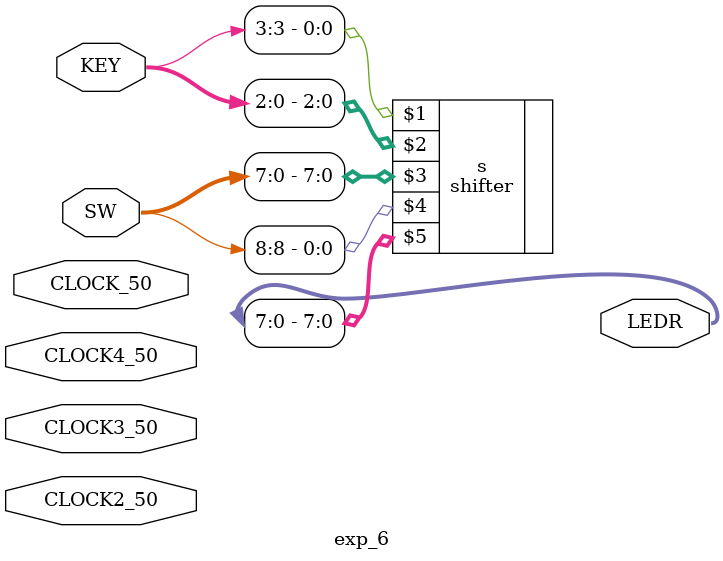
<source format=v>


module exp_6(

	//////////// CLOCK //////////
	input 		          		CLOCK2_50,
	input 		          		CLOCK3_50,
	input 		          		CLOCK4_50,
	input 		          		CLOCK_50,

	//////////// KEY //////////
	input 		     [3:0]		KEY,

	//////////// SW //////////
	input 		     [9:0]		SW,

	//////////// LED //////////
	output		     [9:0]		LEDR
);



//=======================================================
//  REG/WIRE declarations
//=======================================================

shifter s(KEY[3],KEY[2:0],SW[7:0],SW[8],LEDR[7:0]);


//=======================================================
//  Structural coding
//=======================================================



endmodule

</source>
